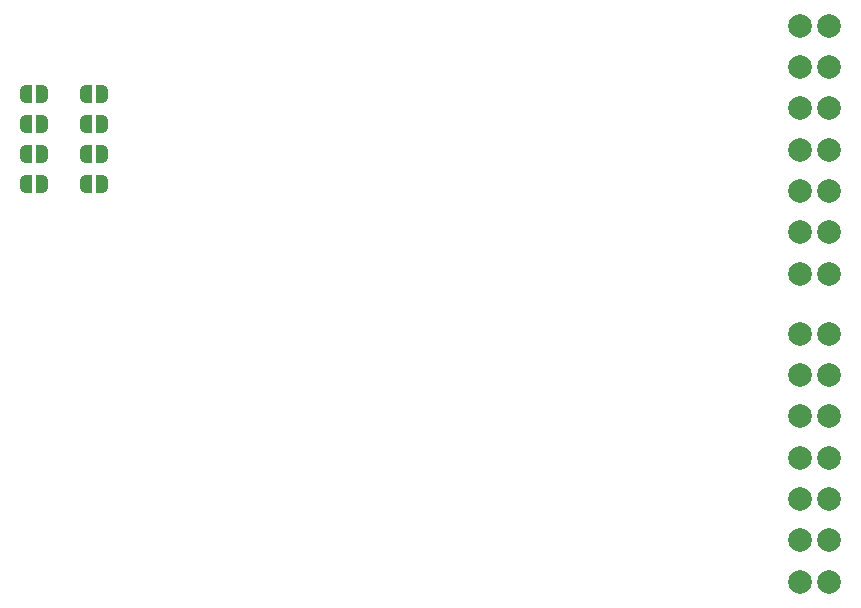
<source format=gbr>
%TF.GenerationSoftware,KiCad,Pcbnew,8.0.7-8.0.7-0~ubuntu24.04.1*%
%TF.CreationDate,2025-01-21T09:02:30+03:00*%
%TF.ProjectId,PM-AI4-W,504d2d41-4934-42d5-972e-6b696361645f,rev?*%
%TF.SameCoordinates,Original*%
%TF.FileFunction,Soldermask,Bot*%
%TF.FilePolarity,Negative*%
%FSLAX46Y46*%
G04 Gerber Fmt 4.6, Leading zero omitted, Abs format (unit mm)*
G04 Created by KiCad (PCBNEW 8.0.7-8.0.7-0~ubuntu24.04.1) date 2025-01-21 09:02:30*
%MOMM*%
%LPD*%
G01*
G04 APERTURE LIST*
G04 Aperture macros list*
%AMFreePoly0*
4,1,19,0.500000,-0.750000,0.000000,-0.750000,0.000000,-0.744911,-0.071157,-0.744911,-0.207708,-0.704816,-0.327430,-0.627875,-0.420627,-0.520320,-0.479746,-0.390866,-0.500000,-0.250000,-0.500000,0.250000,-0.479746,0.390866,-0.420627,0.520320,-0.327430,0.627875,-0.207708,0.704816,-0.071157,0.744911,0.000000,0.744911,0.000000,0.750000,0.500000,0.750000,0.500000,-0.750000,0.500000,-0.750000,
$1*%
%AMFreePoly1*
4,1,19,0.000000,0.744911,0.071157,0.744911,0.207708,0.704816,0.327430,0.627875,0.420627,0.520320,0.479746,0.390866,0.500000,0.250000,0.500000,-0.250000,0.479746,-0.390866,0.420627,-0.520320,0.327430,-0.627875,0.207708,-0.704816,0.071157,-0.744911,0.000000,-0.744911,0.000000,-0.750000,-0.500000,-0.750000,-0.500000,0.750000,0.000000,0.750000,0.000000,0.744911,0.000000,0.744911,
$1*%
G04 Aperture macros list end*
%ADD10C,2.000000*%
%ADD11FreePoly0,0.000000*%
%ADD12FreePoly1,0.000000*%
%ADD13FreePoly0,180.000000*%
%ADD14FreePoly1,180.000000*%
G04 APERTURE END LIST*
D10*
%TO.C,J4*%
X19090000Y2540000D03*
X19090000Y6040000D03*
X19090000Y9540000D03*
X19090000Y13040000D03*
X19090000Y16540000D03*
X19090000Y20040000D03*
X19090000Y23540000D03*
X21590000Y2540000D03*
X21590000Y6040000D03*
X21590000Y9540000D03*
X21590000Y13040000D03*
X21590000Y16540000D03*
X21590000Y20040000D03*
X21590000Y23540000D03*
%TD*%
%TO.C,J5*%
X19090000Y-23540000D03*
X19090000Y-20040000D03*
X19090000Y-16540000D03*
X19090000Y-13040000D03*
X19090000Y-9540000D03*
X19090000Y-6040000D03*
X19090000Y-2540000D03*
X21590000Y-23540000D03*
X21590000Y-20040000D03*
X21590000Y-16540000D03*
X21590000Y-13040000D03*
X21590000Y-9540000D03*
X21590000Y-6040000D03*
X21590000Y-2540000D03*
%TD*%
D11*
%TO.C,JP4*%
X-41290000Y10160000D03*
D12*
X-39990000Y10160000D03*
%TD*%
D11*
%TO.C,JP1*%
X-41290000Y17780000D03*
D12*
X-39990000Y17780000D03*
%TD*%
D13*
%TO.C,JP6*%
X-45070000Y15240000D03*
D14*
X-46370000Y15240000D03*
%TD*%
D13*
%TO.C,JP8*%
X-45070000Y10160000D03*
D14*
X-46370000Y10160000D03*
%TD*%
D11*
%TO.C,JP2*%
X-41290000Y15240000D03*
D12*
X-39990000Y15240000D03*
%TD*%
D13*
%TO.C,JP7*%
X-45070000Y12700000D03*
D14*
X-46370000Y12700000D03*
%TD*%
D13*
%TO.C,JP5*%
X-45070000Y17780000D03*
D14*
X-46370000Y17780000D03*
%TD*%
D11*
%TO.C,JP3*%
X-41290000Y12700000D03*
D12*
X-39990000Y12700000D03*
%TD*%
M02*

</source>
